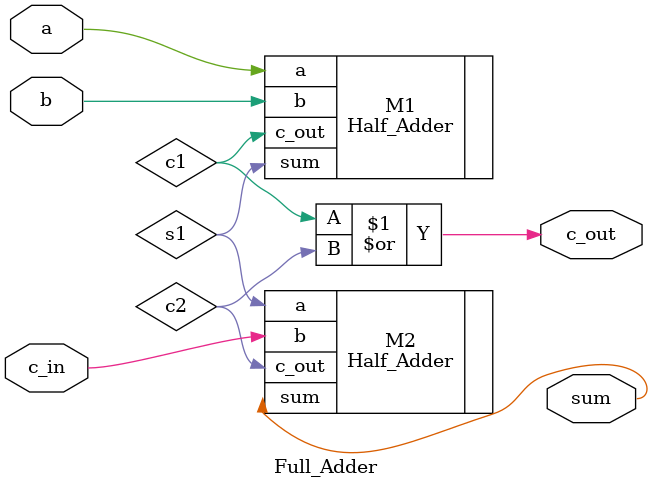
<source format=v>
`timescale 1ns / 1ps


module Full_Adder(input a, input b, input c_in, output sum, output c_out);
// Declare Intermidiate wires
wire c1, c2, s1;

Half_Adder M1(.a(a), .b(b), .sum(s1),  .c_out(c1));
Half_Adder M2(.a(s1), .b(c_in), .sum(sum),  .c_out(c2));

or(c_out,c1,c2);

endmodule

</source>
